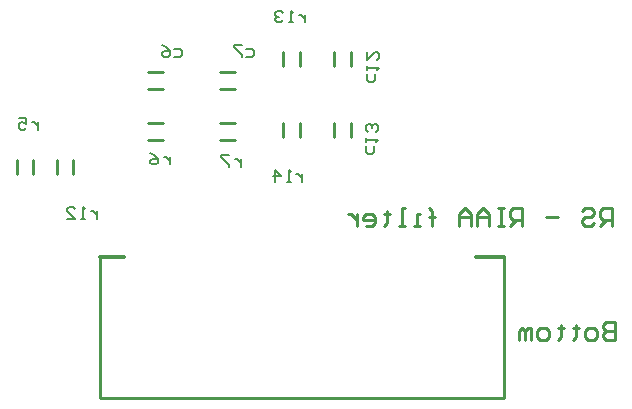
<source format=gbo>
G04 Layer_Color=32896*
%FSLAX44Y44*%
%MOMM*%
G71*
G01*
G75*
%ADD21C,0.3000*%
%ADD23C,0.2540*%
%ADD33C,0.2000*%
D21*
X122000Y119500D02*
X142000D01*
X142000Y119500D01*
X440000D02*
X464000D01*
D23*
X122000Y500D02*
Y119500D01*
Y500D02*
X464000D01*
Y119500D01*
X162630Y262000D02*
X174630D01*
X162630Y276000D02*
X174630D01*
X223629Y262000D02*
X235630D01*
X223629Y276000D02*
X235630D01*
X320000Y281000D02*
Y293000D01*
X334000Y281000D02*
Y293000D01*
X320000Y221000D02*
Y233000D01*
X334000Y221000D02*
Y233000D01*
X51000Y190000D02*
Y202000D01*
X65000Y190000D02*
Y202000D01*
X162630Y219000D02*
X174630D01*
X162630Y233000D02*
X174630D01*
X223630Y219000D02*
X235630D01*
X223630Y233000D02*
X235630D01*
X85000Y190000D02*
Y202000D01*
X99000Y190000D02*
Y202000D01*
X277000Y281000D02*
Y293000D01*
X291000Y281000D02*
Y293000D01*
X277001Y221002D02*
Y233002D01*
X291001Y221002D02*
Y233002D01*
X555000Y146000D02*
Y161235D01*
X547383D01*
X544843Y158696D01*
Y153617D01*
X547383Y151078D01*
X555000D01*
X549922D02*
X544843Y146000D01*
X529608Y158696D02*
X532147Y161235D01*
X537226D01*
X539765Y158696D01*
Y156157D01*
X537226Y153617D01*
X532147D01*
X529608Y151078D01*
Y148539D01*
X532147Y146000D01*
X537226D01*
X539765Y148539D01*
X509295Y153617D02*
X499138D01*
X478825Y146000D02*
Y161235D01*
X471207D01*
X468668Y158696D01*
Y153617D01*
X471207Y151078D01*
X478825D01*
X473746D02*
X468668Y146000D01*
X463590Y161235D02*
X458511D01*
X461050D01*
Y146000D01*
X463590D01*
X458511D01*
X450894D02*
Y156157D01*
X445815Y161235D01*
X440737Y156157D01*
Y146000D01*
Y153617D01*
X450894D01*
X435659Y146000D02*
Y156157D01*
X430580Y161235D01*
X425502Y156157D01*
Y146000D01*
Y153617D01*
X435659D01*
X402649Y146000D02*
Y158696D01*
Y153617D01*
X405188D01*
X400110D01*
X402649D01*
Y158696D01*
X400110Y161235D01*
X392493Y146000D02*
X387414D01*
X389953D01*
Y156157D01*
X392493D01*
X379797Y146000D02*
X374718D01*
X377257D01*
Y161235D01*
X379797D01*
X364562Y158696D02*
Y156157D01*
X367101D01*
X362023D01*
X364562D01*
Y148539D01*
X362023Y146000D01*
X346787D02*
X351866D01*
X354405Y148539D01*
Y153617D01*
X351866Y156157D01*
X346787D01*
X344248Y153617D01*
Y151078D01*
X354405D01*
X339170Y156157D02*
Y146000D01*
Y151078D01*
X336631Y153617D01*
X334091Y156157D01*
X331552D01*
X558000Y64235D02*
Y49000D01*
X550382D01*
X547843Y51539D01*
Y54078D01*
X550382Y56617D01*
X558000D01*
X550382D01*
X547843Y59157D01*
Y61696D01*
X550382Y64235D01*
X558000D01*
X540226Y49000D02*
X535147D01*
X532608Y51539D01*
Y56617D01*
X535147Y59157D01*
X540226D01*
X542765Y56617D01*
Y51539D01*
X540226Y49000D01*
X524991Y61696D02*
Y59157D01*
X527530D01*
X522452D01*
X524991D01*
Y51539D01*
X522452Y49000D01*
X512295Y61696D02*
Y59157D01*
X514834D01*
X509756D01*
X512295D01*
Y51539D01*
X509756Y49000D01*
X499599D02*
X494521D01*
X491981Y51539D01*
Y56617D01*
X494521Y59157D01*
X499599D01*
X502138Y56617D01*
Y51539D01*
X499599Y49000D01*
X486903D02*
Y59157D01*
X484364D01*
X481825Y56617D01*
Y49000D01*
Y56617D01*
X479286Y59157D01*
X476746Y56617D01*
Y49000D01*
D33*
X293000Y189664D02*
Y183000D01*
Y186332D01*
X291334Y187998D01*
X289668Y189664D01*
X288002D01*
X283003Y183000D02*
X279671D01*
X281337D01*
Y192997D01*
X283003Y191331D01*
X269674Y183000D02*
Y192997D01*
X274673Y187998D01*
X268008D01*
X295148Y324926D02*
Y318262D01*
Y321594D01*
X293482Y323260D01*
X291816Y324926D01*
X290150D01*
X285151Y318262D02*
X281819D01*
X283485D01*
Y328259D01*
X285151Y326593D01*
X276821D02*
X275154Y328259D01*
X271822D01*
X270156Y326593D01*
Y324926D01*
X271822Y323260D01*
X273488D01*
X271822D01*
X270156Y321594D01*
Y319928D01*
X271822Y318262D01*
X275154D01*
X276821Y319928D01*
X119000Y158665D02*
Y152000D01*
Y155332D01*
X117334Y156998D01*
X115668Y158665D01*
X114002D01*
X109003Y152000D02*
X105671D01*
X107337D01*
Y161997D01*
X109003Y160331D01*
X94008Y152000D02*
X100673D01*
X94008Y158665D01*
Y160331D01*
X95674Y161997D01*
X99006D01*
X100673Y160331D01*
X241000Y202665D02*
Y196000D01*
Y199332D01*
X239334Y200998D01*
X237668Y202665D01*
X236002D01*
X231003Y205997D02*
X224339D01*
Y204331D01*
X231003Y197666D01*
Y196000D01*
X181000Y204664D02*
Y198000D01*
Y201332D01*
X179334Y202998D01*
X177668Y204664D01*
X176002D01*
X164339Y207997D02*
X167671Y206331D01*
X171003Y202998D01*
Y199666D01*
X169337Y198000D01*
X166005D01*
X164339Y199666D01*
Y201332D01*
X166005Y202998D01*
X171003D01*
X69342Y233995D02*
Y227330D01*
Y230662D01*
X67676Y232328D01*
X66010Y233995D01*
X64344D01*
X52681Y237327D02*
X59345D01*
Y232328D01*
X56013Y233995D01*
X54347D01*
X52681Y232328D01*
Y228996D01*
X54347Y227330D01*
X57679D01*
X59345Y228996D01*
X353665Y213664D02*
Y208666D01*
X351998Y207000D01*
X348666D01*
X347000Y208666D01*
Y213664D01*
Y216997D02*
Y220329D01*
Y218663D01*
X356997D01*
X355331Y216997D01*
Y225327D02*
X356997Y226994D01*
Y230326D01*
X355331Y231992D01*
X353665D01*
X351998Y230326D01*
Y228660D01*
Y230326D01*
X350332Y231992D01*
X348666D01*
X347000Y230326D01*
Y226994D01*
X348666Y225327D01*
X354664Y274662D02*
Y269664D01*
X352998Y267998D01*
X349665D01*
X347999Y269664D01*
Y274662D01*
Y277995D02*
Y281327D01*
Y279661D01*
X357996D01*
X356330Y277995D01*
X347999Y292990D02*
Y286325D01*
X354664Y292990D01*
X356330D01*
X357996Y291324D01*
Y287991D01*
X356330Y286325D01*
X245303Y295970D02*
X250302D01*
X251968Y294304D01*
Y290972D01*
X250302Y289306D01*
X245303D01*
X241971Y299303D02*
X235307D01*
Y297637D01*
X241971Y290972D01*
Y289306D01*
X184343Y295970D02*
X189342D01*
X191008Y294304D01*
Y290972D01*
X189342Y289306D01*
X184343D01*
X174347Y299303D02*
X177679Y297637D01*
X181011Y294304D01*
Y290972D01*
X179345Y289306D01*
X176013D01*
X174347Y290972D01*
Y292638D01*
X176013Y294304D01*
X181011D01*
M02*

</source>
